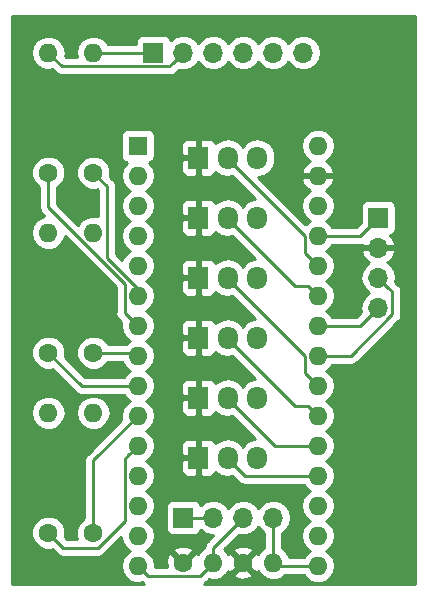
<source format=gbr>
G04 #@! TF.GenerationSoftware,KiCad,Pcbnew,(5.0.0-3-g5ebb6b6)*
G04 #@! TF.CreationDate,2018-11-24T18:14:00+01:00*
G04 #@! TF.ProjectId,tt_nano_HAT,74745F6E616E6F5F4841542E6B696361,rev?*
G04 #@! TF.SameCoordinates,Original*
G04 #@! TF.FileFunction,Copper,L1,Top,Signal*
G04 #@! TF.FilePolarity,Positive*
%FSLAX46Y46*%
G04 Gerber Fmt 4.6, Leading zero omitted, Abs format (unit mm)*
G04 Created by KiCad (PCBNEW (5.0.0-3-g5ebb6b6)) date Saturday, 24. November 2018 um 18:14:00*
%MOMM*%
%LPD*%
G01*
G04 APERTURE LIST*
G04 #@! TA.AperFunction,ComponentPad*
%ADD10R,1.600000X1.600000*%
G04 #@! TD*
G04 #@! TA.AperFunction,ComponentPad*
%ADD11O,1.600000X1.600000*%
G04 #@! TD*
G04 #@! TA.AperFunction,ComponentPad*
%ADD12C,1.600000*%
G04 #@! TD*
G04 #@! TA.AperFunction,ComponentPad*
%ADD13R,1.700000X1.700000*%
G04 #@! TD*
G04 #@! TA.AperFunction,ComponentPad*
%ADD14O,1.700000X1.700000*%
G04 #@! TD*
G04 #@! TA.AperFunction,ComponentPad*
%ADD15O,1.700000X1.950000*%
G04 #@! TD*
G04 #@! TA.AperFunction,ComponentPad*
%ADD16R,1.700000X1.950000*%
G04 #@! TD*
G04 #@! TA.AperFunction,Conductor*
%ADD17C,0.250000*%
G04 #@! TD*
G04 #@! TA.AperFunction,Conductor*
%ADD18C,0.254000*%
G04 #@! TD*
G04 APERTURE END LIST*
D10*
G04 #@! TO.P,A1,1*
G04 #@! TO.N,Net-(A1-Pad1)*
X162530000Y-53615001D03*
D11*
G04 #@! TO.P,A1,17*
G04 #@! TO.N,Net-(A1-Pad17)*
X177770000Y-86635001D03*
G04 #@! TO.P,A1,2*
G04 #@! TO.N,Net-(A1-Pad2)*
X162530000Y-56155001D03*
G04 #@! TO.P,A1,18*
G04 #@! TO.N,Net-(A1-Pad18)*
X177770000Y-84095001D03*
G04 #@! TO.P,A1,3*
G04 #@! TO.N,Net-(A1-Pad3)*
X162530000Y-58695001D03*
G04 #@! TO.P,A1,19*
G04 #@! TO.N,Net-(A1-Pad19)*
X177770000Y-81555001D03*
G04 #@! TO.P,A1,4*
G04 #@! TO.N,Net-(A1-Pad4)*
X162530000Y-61235001D03*
G04 #@! TO.P,A1,20*
G04 #@! TO.N,Net-(A1-Pad20)*
X177770000Y-79015001D03*
G04 #@! TO.P,A1,5*
G04 #@! TO.N,Net-(A1-Pad5)*
X162530000Y-63775001D03*
G04 #@! TO.P,A1,21*
G04 #@! TO.N,Net-(A1-Pad21)*
X177770000Y-76475001D03*
G04 #@! TO.P,A1,6*
G04 #@! TO.N,Net-(A1-Pad6)*
X162530000Y-66315001D03*
G04 #@! TO.P,A1,22*
G04 #@! TO.N,Net-(A1-Pad22)*
X177770000Y-73935001D03*
G04 #@! TO.P,A1,7*
G04 #@! TO.N,Net-(A1-Pad7)*
X162530000Y-68855001D03*
G04 #@! TO.P,A1,23*
G04 #@! TO.N,Net-(A1-Pad23)*
X177770000Y-71395001D03*
G04 #@! TO.P,A1,8*
G04 #@! TO.N,Net-(A1-Pad8)*
X162530000Y-71395001D03*
G04 #@! TO.P,A1,24*
G04 #@! TO.N,Net-(A1-Pad24)*
X177770000Y-68855001D03*
G04 #@! TO.P,A1,9*
G04 #@! TO.N,Net-(A1-Pad9)*
X162530000Y-73935001D03*
G04 #@! TO.P,A1,25*
G04 #@! TO.N,Net-(A1-Pad25)*
X177770000Y-66315001D03*
G04 #@! TO.P,A1,10*
G04 #@! TO.N,Net-(A1-Pad10)*
X162530000Y-76475001D03*
G04 #@! TO.P,A1,26*
G04 #@! TO.N,Net-(A1-Pad26)*
X177770000Y-63775001D03*
G04 #@! TO.P,A1,11*
G04 #@! TO.N,Net-(A1-Pad11)*
X162530000Y-79015001D03*
G04 #@! TO.P,A1,27*
G04 #@! TO.N,Net-(A1-Pad27)*
X177770000Y-61235001D03*
G04 #@! TO.P,A1,12*
G04 #@! TO.N,Net-(A1-Pad12)*
X162530000Y-81555001D03*
G04 #@! TO.P,A1,28*
G04 #@! TO.N,Net-(A1-Pad28)*
X177770000Y-58695001D03*
G04 #@! TO.P,A1,13*
G04 #@! TO.N,Net-(A1-Pad13)*
X162530000Y-84095001D03*
G04 #@! TO.P,A1,29*
G04 #@! TO.N,Net-(A1-Pad29)*
X177770000Y-56155001D03*
G04 #@! TO.P,A1,14*
G04 #@! TO.N,Net-(A1-Pad14)*
X162530000Y-86635001D03*
G04 #@! TO.P,A1,30*
G04 #@! TO.N,Net-(A1-Pad30)*
X177770000Y-53615001D03*
G04 #@! TO.P,A1,15*
G04 #@! TO.N,Net-(A1-Pad15)*
X162530000Y-89175001D03*
G04 #@! TO.P,A1,16*
G04 #@! TO.N,Net-(A1-Pad16)*
X177770000Y-89175001D03*
G04 #@! TD*
G04 #@! TO.P,D4,2*
G04 #@! TO.N,Net-(J2-Pad2)*
X154940000Y-45720000D03*
D12*
G04 #@! TO.P,D4,1*
G04 #@! TO.N,Net-(A1-Pad7)*
X154940000Y-55880000D03*
G04 #@! TD*
D13*
G04 #@! TO.P,J2,1*
G04 #@! TO.N,Net-(J2-Pad1)*
X163830000Y-45720000D03*
D14*
G04 #@! TO.P,J2,2*
G04 #@! TO.N,Net-(J2-Pad2)*
X166370000Y-45720000D03*
G04 #@! TO.P,J2,3*
G04 #@! TO.N,Net-(J2-Pad3)*
X168910000Y-45720000D03*
G04 #@! TO.P,J2,4*
G04 #@! TO.N,Net-(J2-Pad4)*
X171450000Y-45720000D03*
G04 #@! TO.P,J2,5*
G04 #@! TO.N,Net-(J2-Pad5)*
X173990000Y-45720000D03*
G04 #@! TO.P,J2,6*
G04 #@! TO.N,Net-(J2-Pad6)*
X176530000Y-45720000D03*
G04 #@! TD*
D13*
G04 #@! TO.P,J3,1*
G04 #@! TO.N,Net-(A1-Pad27)*
X182880000Y-59690000D03*
D14*
G04 #@! TO.P,J3,2*
G04 #@! TO.N,Net-(A1-Pad29)*
X182880000Y-62230000D03*
G04 #@! TO.P,J3,3*
G04 #@! TO.N,Net-(A1-Pad23)*
X182880000Y-64770000D03*
G04 #@! TO.P,J3,4*
G04 #@! TO.N,Net-(A1-Pad24)*
X182880000Y-67310000D03*
G04 #@! TD*
D15*
G04 #@! TO.P,J4,3*
G04 #@! TO.N,Net-(A1-Pad27)*
X172640000Y-80010000D03*
G04 #@! TO.P,J4,2*
G04 #@! TO.N,Net-(A1-Pad19)*
X170140000Y-80010000D03*
D16*
G04 #@! TO.P,J4,1*
G04 #@! TO.N,Net-(A1-Pad29)*
X167640000Y-80010000D03*
G04 #@! TD*
G04 #@! TO.P,J5,1*
G04 #@! TO.N,Net-(A1-Pad29)*
X167640000Y-74930000D03*
D15*
G04 #@! TO.P,J5,2*
G04 #@! TO.N,Net-(A1-Pad20)*
X170140000Y-74930000D03*
G04 #@! TO.P,J5,3*
G04 #@! TO.N,Net-(A1-Pad27)*
X172640000Y-74930000D03*
G04 #@! TD*
G04 #@! TO.P,J6,3*
G04 #@! TO.N,Net-(A1-Pad27)*
X172640000Y-69850000D03*
G04 #@! TO.P,J6,2*
G04 #@! TO.N,Net-(A1-Pad21)*
X170140000Y-69850000D03*
D16*
G04 #@! TO.P,J6,1*
G04 #@! TO.N,Net-(A1-Pad29)*
X167640000Y-69850000D03*
G04 #@! TD*
G04 #@! TO.P,J7,1*
G04 #@! TO.N,Net-(A1-Pad29)*
X167640000Y-64770000D03*
D15*
G04 #@! TO.P,J7,2*
G04 #@! TO.N,Net-(A1-Pad22)*
X170140000Y-64770000D03*
G04 #@! TO.P,J7,3*
G04 #@! TO.N,Net-(A1-Pad27)*
X172640000Y-64770000D03*
G04 #@! TD*
G04 #@! TO.P,J8,3*
G04 #@! TO.N,Net-(A1-Pad27)*
X172640000Y-59690000D03*
G04 #@! TO.P,J8,2*
G04 #@! TO.N,Net-(A1-Pad25)*
X170140000Y-59690000D03*
D16*
G04 #@! TO.P,J8,1*
G04 #@! TO.N,Net-(A1-Pad29)*
X167640000Y-59690000D03*
G04 #@! TD*
G04 #@! TO.P,J9,1*
G04 #@! TO.N,Net-(A1-Pad29)*
X167640000Y-54610000D03*
D15*
G04 #@! TO.P,J9,2*
G04 #@! TO.N,Net-(A1-Pad26)*
X170140000Y-54610000D03*
G04 #@! TO.P,J9,3*
G04 #@! TO.N,Net-(A1-Pad27)*
X172640000Y-54610000D03*
G04 #@! TD*
D12*
G04 #@! TO.P,D3,1*
G04 #@! TO.N,Net-(A1-Pad6)*
X158750000Y-55880000D03*
D11*
G04 #@! TO.P,D3,2*
G04 #@! TO.N,Net-(J2-Pad1)*
X158750000Y-45720000D03*
G04 #@! TD*
D12*
G04 #@! TO.P,D5,1*
G04 #@! TO.N,Net-(A1-Pad8)*
X158750000Y-71120000D03*
D11*
G04 #@! TO.P,D5,2*
G04 #@! TO.N,Net-(J2-Pad3)*
X158750000Y-60960000D03*
G04 #@! TD*
G04 #@! TO.P,D6,2*
G04 #@! TO.N,Net-(J2-Pad4)*
X154940000Y-60960000D03*
D12*
G04 #@! TO.P,D6,1*
G04 #@! TO.N,Net-(A1-Pad9)*
X154940000Y-71120000D03*
G04 #@! TD*
G04 #@! TO.P,D7,1*
G04 #@! TO.N,Net-(A1-Pad10)*
X158750000Y-86360000D03*
D11*
G04 #@! TO.P,D7,2*
G04 #@! TO.N,Net-(J2-Pad5)*
X158750000Y-76200000D03*
G04 #@! TD*
G04 #@! TO.P,D8,2*
G04 #@! TO.N,Net-(J2-Pad6)*
X154940000Y-76200000D03*
D12*
G04 #@! TO.P,D8,1*
G04 #@! TO.N,Net-(A1-Pad11)*
X154940000Y-86360000D03*
G04 #@! TD*
D13*
G04 #@! TO.P,J1,1*
G04 #@! TO.N,Net-(A1-Pad27)*
X166370000Y-85090000D03*
D14*
G04 #@! TO.P,J1,2*
X168910000Y-85090000D03*
G04 #@! TO.P,J1,3*
G04 #@! TO.N,Net-(A1-Pad15)*
X171450000Y-85090000D03*
G04 #@! TO.P,J1,4*
G04 #@! TO.N,Net-(A1-Pad16)*
X173990000Y-85090000D03*
G04 #@! TD*
D12*
G04 #@! TO.P,D12,1*
G04 #@! TO.N,Net-(A1-Pad29)*
X166370000Y-88900000D03*
D11*
G04 #@! TO.P,D12,2*
G04 #@! TO.N,Net-(A1-Pad15)*
X168910000Y-88900000D03*
G04 #@! TD*
G04 #@! TO.P,D13,2*
G04 #@! TO.N,Net-(A1-Pad16)*
X173990000Y-88900000D03*
D12*
G04 #@! TO.P,D13,1*
G04 #@! TO.N,Net-(A1-Pad29)*
X171450000Y-88900000D03*
G04 #@! TD*
D17*
G04 #@! TO.N,Net-(A1-Pad19)*
X176638630Y-81555001D02*
X177770000Y-81555001D01*
X170140000Y-80135000D02*
X171560001Y-81555001D01*
X171560001Y-81555001D02*
X176638630Y-81555001D01*
X170140000Y-80010000D02*
X170140000Y-80135000D01*
G04 #@! TO.N,Net-(A1-Pad20)*
X176638630Y-79015001D02*
X177770000Y-79015001D01*
X174100001Y-79015001D02*
X176638630Y-79015001D01*
X170140000Y-75055000D02*
X174100001Y-79015001D01*
X170140000Y-74930000D02*
X170140000Y-75055000D01*
G04 #@! TO.N,Net-(A1-Pad21)*
X176970001Y-75675002D02*
X177770000Y-76475001D01*
X175840002Y-75675002D02*
X176970001Y-75675002D01*
X170140000Y-69975000D02*
X175840002Y-75675002D01*
X170140000Y-69850000D02*
X170140000Y-69975000D01*
G04 #@! TO.N,Net-(A1-Pad6)*
X159875001Y-63113593D02*
X162530000Y-65768592D01*
X159875001Y-57005001D02*
X159875001Y-63113593D01*
X162530000Y-65768592D02*
X162530000Y-66315001D01*
X158750000Y-55880000D02*
X159875001Y-57005001D01*
G04 #@! TO.N,Net-(A1-Pad22)*
X176970001Y-73135002D02*
X177770000Y-73935001D01*
X176644999Y-72810000D02*
X176970001Y-73135002D01*
X170140000Y-64895000D02*
X176644999Y-71399999D01*
X176644999Y-71399999D02*
X176644999Y-72810000D01*
X170140000Y-64770000D02*
X170140000Y-64895000D01*
G04 #@! TO.N,Net-(A1-Pad7)*
X161730001Y-68055002D02*
X162530000Y-68855001D01*
X161404999Y-67730000D02*
X161730001Y-68055002D01*
X154940000Y-58815002D02*
X161404999Y-65280001D01*
X161404999Y-65280001D02*
X161404999Y-67730000D01*
X154940000Y-55880000D02*
X154940000Y-58815002D01*
G04 #@! TO.N,Net-(A1-Pad23)*
X183729999Y-65619999D02*
X182880000Y-64770000D01*
X184055001Y-65945001D02*
X183729999Y-65619999D01*
X184055001Y-67874001D02*
X184055001Y-65945001D01*
X180534001Y-71395001D02*
X184055001Y-67874001D01*
X177770000Y-71395001D02*
X180534001Y-71395001D01*
G04 #@! TO.N,Net-(A1-Pad8)*
X162254999Y-71120000D02*
X162530000Y-71395001D01*
X158750000Y-71120000D02*
X162254999Y-71120000D01*
G04 #@! TO.N,Net-(A1-Pad24)*
X181334999Y-68855001D02*
X182880000Y-67310000D01*
X177770000Y-68855001D02*
X181334999Y-68855001D01*
G04 #@! TO.N,Net-(A1-Pad9)*
X157755001Y-73935001D02*
X162530000Y-73935001D01*
X154940000Y-71120000D02*
X157755001Y-73935001D01*
G04 #@! TO.N,Net-(A1-Pad25)*
X176970001Y-65515002D02*
X177770000Y-66315001D01*
X175840002Y-65515002D02*
X176970001Y-65515002D01*
X170140000Y-59815000D02*
X175840002Y-65515002D01*
X170140000Y-59690000D02*
X170140000Y-59815000D01*
G04 #@! TO.N,Net-(A1-Pad10)*
X158750000Y-80255001D02*
X162530000Y-76475001D01*
X158750000Y-86360000D02*
X158750000Y-80255001D01*
G04 #@! TO.N,Net-(A1-Pad26)*
X176644999Y-62650000D02*
X176970001Y-62975002D01*
X176644999Y-61239999D02*
X176644999Y-62650000D01*
X176970001Y-62975002D02*
X177770000Y-63775001D01*
X170140000Y-54735000D02*
X176644999Y-61239999D01*
X170140000Y-54610000D02*
X170140000Y-54735000D01*
G04 #@! TO.N,Net-(A1-Pad11)*
X161730001Y-79815000D02*
X162530000Y-79015001D01*
X161404999Y-80140002D02*
X161730001Y-79815000D01*
X161404999Y-85370003D02*
X161404999Y-80140002D01*
X159145002Y-87630000D02*
X161404999Y-85370003D01*
X156210000Y-87630000D02*
X159145002Y-87630000D01*
X154940000Y-86360000D02*
X156210000Y-87630000D01*
G04 #@! TO.N,Net-(A1-Pad27)*
X181334999Y-61235001D02*
X182880000Y-59690000D01*
X177770000Y-61235001D02*
X181334999Y-61235001D01*
X166370000Y-85090000D02*
X168910000Y-85090000D01*
G04 #@! TO.N,Net-(A1-Pad15)*
X168110001Y-89699999D02*
X168910000Y-88900000D01*
X167784999Y-90025001D02*
X168110001Y-89699999D01*
X163380000Y-90025001D02*
X167784999Y-90025001D01*
X162530000Y-89175001D02*
X163380000Y-90025001D01*
X168910000Y-87630000D02*
X171450000Y-85090000D01*
X168910000Y-88900000D02*
X168910000Y-87630000D01*
G04 #@! TO.N,Net-(A1-Pad16)*
X173990000Y-85090000D02*
X173990000Y-88900000D01*
X174265001Y-89175001D02*
X173990000Y-88900000D01*
X177770000Y-89175001D02*
X174265001Y-89175001D01*
G04 #@! TO.N,Net-(J2-Pad1)*
X158750000Y-45720000D02*
X163830000Y-45720000D01*
G04 #@! TO.N,Net-(J2-Pad2)*
X165520001Y-46569999D02*
X166370000Y-45720000D01*
X165194999Y-46895001D02*
X165520001Y-46569999D01*
X156115001Y-46895001D02*
X165194999Y-46895001D01*
X154940000Y-45720000D02*
X156115001Y-46895001D01*
G04 #@! TD*
D18*
G04 #@! TO.N,Net-(A1-Pad29)*
G36*
X185980001Y-90730000D02*
X168097856Y-90730000D01*
X168332928Y-90572930D01*
X168375330Y-90509471D01*
X168586113Y-90298688D01*
X168768667Y-90335000D01*
X169051333Y-90335000D01*
X169469909Y-90251740D01*
X169944577Y-89934577D01*
X169962505Y-89907745D01*
X170621861Y-89907745D01*
X170695995Y-90153864D01*
X171233223Y-90346965D01*
X171803454Y-90319778D01*
X172204005Y-90153864D01*
X172278139Y-89907745D01*
X171450000Y-89079605D01*
X170621861Y-89907745D01*
X169962505Y-89907745D01*
X170171611Y-89594797D01*
X170196136Y-89654005D01*
X170442255Y-89728139D01*
X171270395Y-88900000D01*
X170442255Y-88071861D01*
X170196136Y-88145995D01*
X170173720Y-88208359D01*
X169962506Y-87892255D01*
X170621861Y-87892255D01*
X171450000Y-88720395D01*
X172278139Y-87892255D01*
X172204005Y-87646136D01*
X171666777Y-87453035D01*
X171096546Y-87480222D01*
X170695995Y-87646136D01*
X170621861Y-87892255D01*
X169962506Y-87892255D01*
X169944577Y-87865423D01*
X169827564Y-87787237D01*
X171083593Y-86531209D01*
X171303744Y-86575000D01*
X171596256Y-86575000D01*
X172029418Y-86488839D01*
X172520625Y-86160625D01*
X172720000Y-85862239D01*
X172919375Y-86160625D01*
X173230000Y-86368178D01*
X173230001Y-87681956D01*
X172955423Y-87865423D01*
X172728389Y-88205203D01*
X172703864Y-88145995D01*
X172457745Y-88071861D01*
X171629605Y-88900000D01*
X172457745Y-89728139D01*
X172703864Y-89654005D01*
X172726280Y-89591641D01*
X172955423Y-89934577D01*
X173430091Y-90251740D01*
X173848667Y-90335000D01*
X174131333Y-90335000D01*
X174549909Y-90251740D01*
X175023942Y-89935001D01*
X176551957Y-89935001D01*
X176735423Y-90209578D01*
X177210091Y-90526741D01*
X177628667Y-90610001D01*
X177911333Y-90610001D01*
X178329909Y-90526741D01*
X178804577Y-90209578D01*
X179121740Y-89734910D01*
X179233113Y-89175001D01*
X179121740Y-88615092D01*
X178804577Y-88140424D01*
X178452242Y-87905001D01*
X178804577Y-87669578D01*
X179121740Y-87194910D01*
X179233113Y-86635001D01*
X179121740Y-86075092D01*
X178804577Y-85600424D01*
X178452242Y-85365001D01*
X178804577Y-85129578D01*
X179121740Y-84654910D01*
X179233113Y-84095001D01*
X179121740Y-83535092D01*
X178804577Y-83060424D01*
X178452242Y-82825001D01*
X178804577Y-82589578D01*
X179121740Y-82114910D01*
X179233113Y-81555001D01*
X179121740Y-80995092D01*
X178804577Y-80520424D01*
X178452242Y-80285001D01*
X178804577Y-80049578D01*
X179121740Y-79574910D01*
X179233113Y-79015001D01*
X179121740Y-78455092D01*
X178804577Y-77980424D01*
X178452242Y-77745001D01*
X178804577Y-77509578D01*
X179121740Y-77034910D01*
X179233113Y-76475001D01*
X179121740Y-75915092D01*
X178804577Y-75440424D01*
X178452242Y-75205001D01*
X178804577Y-74969578D01*
X179121740Y-74494910D01*
X179233113Y-73935001D01*
X179121740Y-73375092D01*
X178804577Y-72900424D01*
X178452242Y-72665001D01*
X178804577Y-72429578D01*
X178988043Y-72155001D01*
X180459154Y-72155001D01*
X180534001Y-72169889D01*
X180608848Y-72155001D01*
X180608853Y-72155001D01*
X180830538Y-72110905D01*
X181081930Y-71942930D01*
X181124332Y-71879471D01*
X184539474Y-68464330D01*
X184602930Y-68421930D01*
X184770905Y-68170538D01*
X184815001Y-67948853D01*
X184815001Y-67948848D01*
X184829889Y-67874001D01*
X184815001Y-67799154D01*
X184815001Y-66019847D01*
X184829889Y-65945000D01*
X184815001Y-65870153D01*
X184815001Y-65870149D01*
X184770905Y-65648464D01*
X184602930Y-65397072D01*
X184539471Y-65354670D01*
X184321209Y-65136408D01*
X184394092Y-64770000D01*
X184278839Y-64190582D01*
X183950625Y-63699375D01*
X183631522Y-63486157D01*
X183761358Y-63425183D01*
X184151645Y-62996924D01*
X184321476Y-62586890D01*
X184200155Y-62357000D01*
X183007000Y-62357000D01*
X183007000Y-62377000D01*
X182753000Y-62377000D01*
X182753000Y-62357000D01*
X181559845Y-62357000D01*
X181438524Y-62586890D01*
X181608355Y-62996924D01*
X181998642Y-63425183D01*
X182128478Y-63486157D01*
X181809375Y-63699375D01*
X181481161Y-64190582D01*
X181365908Y-64770000D01*
X181481161Y-65349418D01*
X181809375Y-65840625D01*
X182107761Y-66040000D01*
X181809375Y-66239375D01*
X181481161Y-66730582D01*
X181365908Y-67310000D01*
X181438791Y-67676407D01*
X181020198Y-68095001D01*
X178988043Y-68095001D01*
X178804577Y-67820424D01*
X178452242Y-67585001D01*
X178804577Y-67349578D01*
X179121740Y-66874910D01*
X179233113Y-66315001D01*
X179121740Y-65755092D01*
X178804577Y-65280424D01*
X178452242Y-65045001D01*
X178804577Y-64809578D01*
X179121740Y-64334910D01*
X179233113Y-63775001D01*
X179121740Y-63215092D01*
X178804577Y-62740424D01*
X178452242Y-62505001D01*
X178804577Y-62269578D01*
X178988043Y-61995001D01*
X181260152Y-61995001D01*
X181334999Y-62009889D01*
X181409846Y-61995001D01*
X181409851Y-61995001D01*
X181494015Y-61978260D01*
X181559845Y-62103000D01*
X182753000Y-62103000D01*
X182753000Y-62083000D01*
X183007000Y-62083000D01*
X183007000Y-62103000D01*
X184200155Y-62103000D01*
X184321476Y-61873110D01*
X184151645Y-61463076D01*
X183874292Y-61158739D01*
X183977765Y-61138157D01*
X184187809Y-60997809D01*
X184328157Y-60787765D01*
X184377440Y-60540000D01*
X184377440Y-58840000D01*
X184328157Y-58592235D01*
X184187809Y-58382191D01*
X183977765Y-58241843D01*
X183730000Y-58192560D01*
X182030000Y-58192560D01*
X181782235Y-58241843D01*
X181572191Y-58382191D01*
X181431843Y-58592235D01*
X181382560Y-58840000D01*
X181382560Y-60112638D01*
X181020198Y-60475001D01*
X178988043Y-60475001D01*
X178804577Y-60200424D01*
X178452242Y-59965001D01*
X178804577Y-59729578D01*
X179121740Y-59254910D01*
X179233113Y-58695001D01*
X179121740Y-58135092D01*
X178804577Y-57660424D01*
X178420892Y-57404054D01*
X178625134Y-57307390D01*
X179001041Y-56892424D01*
X179161904Y-56504040D01*
X179039915Y-56282001D01*
X177897000Y-56282001D01*
X177897000Y-56302001D01*
X177643000Y-56302001D01*
X177643000Y-56282001D01*
X176500085Y-56282001D01*
X176378096Y-56504040D01*
X176538959Y-56892424D01*
X176914866Y-57307390D01*
X177119108Y-57404054D01*
X176735423Y-57660424D01*
X176418260Y-58135092D01*
X176306887Y-58695001D01*
X176418260Y-59254910D01*
X176735423Y-59729578D01*
X177087758Y-59965001D01*
X176735423Y-60200424D01*
X176713314Y-60233512D01*
X172714145Y-56234344D01*
X173219418Y-56133839D01*
X173710625Y-55805625D01*
X174038839Y-55314417D01*
X174125000Y-54881255D01*
X174125000Y-54338744D01*
X174038839Y-53905582D01*
X173844679Y-53615001D01*
X176306887Y-53615001D01*
X176418260Y-54174910D01*
X176735423Y-54649578D01*
X177119108Y-54905948D01*
X176914866Y-55002612D01*
X176538959Y-55417578D01*
X176378096Y-55805962D01*
X176500085Y-56028001D01*
X177643000Y-56028001D01*
X177643000Y-56008001D01*
X177897000Y-56008001D01*
X177897000Y-56028001D01*
X179039915Y-56028001D01*
X179161904Y-55805962D01*
X179001041Y-55417578D01*
X178625134Y-55002612D01*
X178420892Y-54905948D01*
X178804577Y-54649578D01*
X179121740Y-54174910D01*
X179233113Y-53615001D01*
X179121740Y-53055092D01*
X178804577Y-52580424D01*
X178329909Y-52263261D01*
X177911333Y-52180001D01*
X177628667Y-52180001D01*
X177210091Y-52263261D01*
X176735423Y-52580424D01*
X176418260Y-53055092D01*
X176306887Y-53615001D01*
X173844679Y-53615001D01*
X173710625Y-53414375D01*
X173219417Y-53086161D01*
X172640000Y-52970908D01*
X172060582Y-53086161D01*
X171569375Y-53414375D01*
X171390000Y-53682829D01*
X171210625Y-53414375D01*
X170719417Y-53086161D01*
X170140000Y-52970908D01*
X169560582Y-53086161D01*
X169082344Y-53405709D01*
X169028327Y-53275301D01*
X168849698Y-53096673D01*
X168616309Y-53000000D01*
X167925750Y-53000000D01*
X167767000Y-53158750D01*
X167767000Y-54483000D01*
X167787000Y-54483000D01*
X167787000Y-54737000D01*
X167767000Y-54737000D01*
X167767000Y-56061250D01*
X167925750Y-56220000D01*
X168616309Y-56220000D01*
X168849698Y-56123327D01*
X169028327Y-55944699D01*
X169082344Y-55814291D01*
X169560583Y-56133839D01*
X170140000Y-56249092D01*
X170506408Y-56176209D01*
X172424060Y-58093861D01*
X172060582Y-58166161D01*
X171569375Y-58494375D01*
X171390000Y-58762829D01*
X171210625Y-58494375D01*
X170719417Y-58166161D01*
X170140000Y-58050908D01*
X169560582Y-58166161D01*
X169082344Y-58485709D01*
X169028327Y-58355301D01*
X168849698Y-58176673D01*
X168616309Y-58080000D01*
X167925750Y-58080000D01*
X167767000Y-58238750D01*
X167767000Y-59563000D01*
X167787000Y-59563000D01*
X167787000Y-59817000D01*
X167767000Y-59817000D01*
X167767000Y-61141250D01*
X167925750Y-61300000D01*
X168616309Y-61300000D01*
X168849698Y-61203327D01*
X169028327Y-61024699D01*
X169082344Y-60894291D01*
X169560583Y-61213839D01*
X170140000Y-61329092D01*
X170506408Y-61256209D01*
X172424060Y-63173861D01*
X172060582Y-63246161D01*
X171569375Y-63574375D01*
X171390000Y-63842829D01*
X171210625Y-63574375D01*
X170719417Y-63246161D01*
X170140000Y-63130908D01*
X169560582Y-63246161D01*
X169082344Y-63565709D01*
X169028327Y-63435301D01*
X168849698Y-63256673D01*
X168616309Y-63160000D01*
X167925750Y-63160000D01*
X167767000Y-63318750D01*
X167767000Y-64643000D01*
X167787000Y-64643000D01*
X167787000Y-64897000D01*
X167767000Y-64897000D01*
X167767000Y-66221250D01*
X167925750Y-66380000D01*
X168616309Y-66380000D01*
X168849698Y-66283327D01*
X169028327Y-66104699D01*
X169082344Y-65974291D01*
X169560583Y-66293839D01*
X170140000Y-66409092D01*
X170506408Y-66336209D01*
X172424060Y-68253861D01*
X172060582Y-68326161D01*
X171569375Y-68654375D01*
X171390000Y-68922829D01*
X171210625Y-68654375D01*
X170719417Y-68326161D01*
X170140000Y-68210908D01*
X169560582Y-68326161D01*
X169082344Y-68645709D01*
X169028327Y-68515301D01*
X168849698Y-68336673D01*
X168616309Y-68240000D01*
X167925750Y-68240000D01*
X167767000Y-68398750D01*
X167767000Y-69723000D01*
X167787000Y-69723000D01*
X167787000Y-69977000D01*
X167767000Y-69977000D01*
X167767000Y-71301250D01*
X167925750Y-71460000D01*
X168616309Y-71460000D01*
X168849698Y-71363327D01*
X169028327Y-71184699D01*
X169082344Y-71054291D01*
X169560583Y-71373839D01*
X170140000Y-71489092D01*
X170506408Y-71416209D01*
X172424060Y-73333861D01*
X172060582Y-73406161D01*
X171569375Y-73734375D01*
X171390000Y-74002829D01*
X171210625Y-73734375D01*
X170719417Y-73406161D01*
X170140000Y-73290908D01*
X169560582Y-73406161D01*
X169082344Y-73725709D01*
X169028327Y-73595301D01*
X168849698Y-73416673D01*
X168616309Y-73320000D01*
X167925750Y-73320000D01*
X167767000Y-73478750D01*
X167767000Y-74803000D01*
X167787000Y-74803000D01*
X167787000Y-75057000D01*
X167767000Y-75057000D01*
X167767000Y-76381250D01*
X167925750Y-76540000D01*
X168616309Y-76540000D01*
X168849698Y-76443327D01*
X169028327Y-76264699D01*
X169082344Y-76134291D01*
X169560583Y-76453839D01*
X170140000Y-76569092D01*
X170506408Y-76496209D01*
X172424059Y-78413861D01*
X172060582Y-78486161D01*
X171569375Y-78814375D01*
X171390000Y-79082829D01*
X171210625Y-78814375D01*
X170719417Y-78486161D01*
X170140000Y-78370908D01*
X169560582Y-78486161D01*
X169082344Y-78805709D01*
X169028327Y-78675301D01*
X168849698Y-78496673D01*
X168616309Y-78400000D01*
X167925750Y-78400000D01*
X167767000Y-78558750D01*
X167767000Y-79883000D01*
X167787000Y-79883000D01*
X167787000Y-80137000D01*
X167767000Y-80137000D01*
X167767000Y-81461250D01*
X167925750Y-81620000D01*
X168616309Y-81620000D01*
X168849698Y-81523327D01*
X169028327Y-81344699D01*
X169082344Y-81214291D01*
X169560583Y-81533839D01*
X170140000Y-81649092D01*
X170506408Y-81576209D01*
X170969672Y-82039474D01*
X171012072Y-82102930D01*
X171075528Y-82145330D01*
X171263463Y-82270905D01*
X171311606Y-82280481D01*
X171485149Y-82315001D01*
X171485153Y-82315001D01*
X171560001Y-82329889D01*
X171634849Y-82315001D01*
X176551957Y-82315001D01*
X176735423Y-82589578D01*
X177087758Y-82825001D01*
X176735423Y-83060424D01*
X176418260Y-83535092D01*
X176306887Y-84095001D01*
X176418260Y-84654910D01*
X176735423Y-85129578D01*
X177087758Y-85365001D01*
X176735423Y-85600424D01*
X176418260Y-86075092D01*
X176306887Y-86635001D01*
X176418260Y-87194910D01*
X176735423Y-87669578D01*
X177087758Y-87905001D01*
X176735423Y-88140424D01*
X176551957Y-88415001D01*
X175356641Y-88415001D01*
X175341740Y-88340091D01*
X175024577Y-87865423D01*
X174750000Y-87681957D01*
X174750000Y-86368178D01*
X175060625Y-86160625D01*
X175388839Y-85669418D01*
X175504092Y-85090000D01*
X175388839Y-84510582D01*
X175060625Y-84019375D01*
X174569418Y-83691161D01*
X174136256Y-83605000D01*
X173843744Y-83605000D01*
X173410582Y-83691161D01*
X172919375Y-84019375D01*
X172720000Y-84317761D01*
X172520625Y-84019375D01*
X172029418Y-83691161D01*
X171596256Y-83605000D01*
X171303744Y-83605000D01*
X170870582Y-83691161D01*
X170379375Y-84019375D01*
X170180000Y-84317761D01*
X169980625Y-84019375D01*
X169489418Y-83691161D01*
X169056256Y-83605000D01*
X168763744Y-83605000D01*
X168330582Y-83691161D01*
X167839375Y-84019375D01*
X167827184Y-84037619D01*
X167818157Y-83992235D01*
X167677809Y-83782191D01*
X167467765Y-83641843D01*
X167220000Y-83592560D01*
X165520000Y-83592560D01*
X165272235Y-83641843D01*
X165062191Y-83782191D01*
X164921843Y-83992235D01*
X164872560Y-84240000D01*
X164872560Y-85940000D01*
X164921843Y-86187765D01*
X165062191Y-86397809D01*
X165272235Y-86538157D01*
X165520000Y-86587440D01*
X167220000Y-86587440D01*
X167467765Y-86538157D01*
X167677809Y-86397809D01*
X167818157Y-86187765D01*
X167827184Y-86142381D01*
X167839375Y-86160625D01*
X168330582Y-86488839D01*
X168763744Y-86575000D01*
X168890199Y-86575000D01*
X168425528Y-87039671D01*
X168362072Y-87082071D01*
X168319672Y-87145527D01*
X168319671Y-87145528D01*
X168194097Y-87333463D01*
X168135112Y-87630000D01*
X168145981Y-87684642D01*
X167875423Y-87865423D01*
X167648389Y-88205203D01*
X167623864Y-88145995D01*
X167377745Y-88071861D01*
X166549605Y-88900000D01*
X166563748Y-88914143D01*
X166384143Y-89093748D01*
X166370000Y-89079605D01*
X166355858Y-89093748D01*
X166176253Y-88914143D01*
X166190395Y-88900000D01*
X165362255Y-88071861D01*
X165116136Y-88145995D01*
X164923035Y-88683223D01*
X164950222Y-89253454D01*
X164955005Y-89265001D01*
X163975211Y-89265001D01*
X163993113Y-89175001D01*
X163881740Y-88615092D01*
X163564577Y-88140424D01*
X163212242Y-87905001D01*
X163231317Y-87892255D01*
X165541861Y-87892255D01*
X166370000Y-88720395D01*
X167198139Y-87892255D01*
X167124005Y-87646136D01*
X166586777Y-87453035D01*
X166016546Y-87480222D01*
X165615995Y-87646136D01*
X165541861Y-87892255D01*
X163231317Y-87892255D01*
X163564577Y-87669578D01*
X163881740Y-87194910D01*
X163993113Y-86635001D01*
X163881740Y-86075092D01*
X163564577Y-85600424D01*
X163212242Y-85365001D01*
X163564577Y-85129578D01*
X163881740Y-84654910D01*
X163993113Y-84095001D01*
X163881740Y-83535092D01*
X163564577Y-83060424D01*
X163212242Y-82825001D01*
X163564577Y-82589578D01*
X163881740Y-82114910D01*
X163993113Y-81555001D01*
X163881740Y-80995092D01*
X163564577Y-80520424D01*
X163228329Y-80295750D01*
X166155000Y-80295750D01*
X166155000Y-81111310D01*
X166251673Y-81344699D01*
X166430302Y-81523327D01*
X166663691Y-81620000D01*
X167354250Y-81620000D01*
X167513000Y-81461250D01*
X167513000Y-80137000D01*
X166313750Y-80137000D01*
X166155000Y-80295750D01*
X163228329Y-80295750D01*
X163212242Y-80285001D01*
X163564577Y-80049578D01*
X163881740Y-79574910D01*
X163993113Y-79015001D01*
X163971967Y-78908690D01*
X166155000Y-78908690D01*
X166155000Y-79724250D01*
X166313750Y-79883000D01*
X167513000Y-79883000D01*
X167513000Y-78558750D01*
X167354250Y-78400000D01*
X166663691Y-78400000D01*
X166430302Y-78496673D01*
X166251673Y-78675301D01*
X166155000Y-78908690D01*
X163971967Y-78908690D01*
X163881740Y-78455092D01*
X163564577Y-77980424D01*
X163212242Y-77745001D01*
X163564577Y-77509578D01*
X163881740Y-77034910D01*
X163993113Y-76475001D01*
X163881740Y-75915092D01*
X163564577Y-75440424D01*
X163228329Y-75215750D01*
X166155000Y-75215750D01*
X166155000Y-76031310D01*
X166251673Y-76264699D01*
X166430302Y-76443327D01*
X166663691Y-76540000D01*
X167354250Y-76540000D01*
X167513000Y-76381250D01*
X167513000Y-75057000D01*
X166313750Y-75057000D01*
X166155000Y-75215750D01*
X163228329Y-75215750D01*
X163212242Y-75205001D01*
X163564577Y-74969578D01*
X163881740Y-74494910D01*
X163993113Y-73935001D01*
X163971967Y-73828690D01*
X166155000Y-73828690D01*
X166155000Y-74644250D01*
X166313750Y-74803000D01*
X167513000Y-74803000D01*
X167513000Y-73478750D01*
X167354250Y-73320000D01*
X166663691Y-73320000D01*
X166430302Y-73416673D01*
X166251673Y-73595301D01*
X166155000Y-73828690D01*
X163971967Y-73828690D01*
X163881740Y-73375092D01*
X163564577Y-72900424D01*
X163212242Y-72665001D01*
X163564577Y-72429578D01*
X163881740Y-71954910D01*
X163993113Y-71395001D01*
X163881740Y-70835092D01*
X163564577Y-70360424D01*
X163228329Y-70135750D01*
X166155000Y-70135750D01*
X166155000Y-70951310D01*
X166251673Y-71184699D01*
X166430302Y-71363327D01*
X166663691Y-71460000D01*
X167354250Y-71460000D01*
X167513000Y-71301250D01*
X167513000Y-69977000D01*
X166313750Y-69977000D01*
X166155000Y-70135750D01*
X163228329Y-70135750D01*
X163212242Y-70125001D01*
X163564577Y-69889578D01*
X163881740Y-69414910D01*
X163993113Y-68855001D01*
X163971967Y-68748690D01*
X166155000Y-68748690D01*
X166155000Y-69564250D01*
X166313750Y-69723000D01*
X167513000Y-69723000D01*
X167513000Y-68398750D01*
X167354250Y-68240000D01*
X166663691Y-68240000D01*
X166430302Y-68336673D01*
X166251673Y-68515301D01*
X166155000Y-68748690D01*
X163971967Y-68748690D01*
X163881740Y-68295092D01*
X163564577Y-67820424D01*
X163212242Y-67585001D01*
X163564577Y-67349578D01*
X163881740Y-66874910D01*
X163993113Y-66315001D01*
X163881740Y-65755092D01*
X163564577Y-65280424D01*
X163228329Y-65055750D01*
X166155000Y-65055750D01*
X166155000Y-65871310D01*
X166251673Y-66104699D01*
X166430302Y-66283327D01*
X166663691Y-66380000D01*
X167354250Y-66380000D01*
X167513000Y-66221250D01*
X167513000Y-64897000D01*
X166313750Y-64897000D01*
X166155000Y-65055750D01*
X163228329Y-65055750D01*
X163212242Y-65045001D01*
X163564577Y-64809578D01*
X163881740Y-64334910D01*
X163993113Y-63775001D01*
X163971967Y-63668690D01*
X166155000Y-63668690D01*
X166155000Y-64484250D01*
X166313750Y-64643000D01*
X167513000Y-64643000D01*
X167513000Y-63318750D01*
X167354250Y-63160000D01*
X166663691Y-63160000D01*
X166430302Y-63256673D01*
X166251673Y-63435301D01*
X166155000Y-63668690D01*
X163971967Y-63668690D01*
X163881740Y-63215092D01*
X163564577Y-62740424D01*
X163212242Y-62505001D01*
X163564577Y-62269578D01*
X163881740Y-61794910D01*
X163993113Y-61235001D01*
X163881740Y-60675092D01*
X163564577Y-60200424D01*
X163228329Y-59975750D01*
X166155000Y-59975750D01*
X166155000Y-60791310D01*
X166251673Y-61024699D01*
X166430302Y-61203327D01*
X166663691Y-61300000D01*
X167354250Y-61300000D01*
X167513000Y-61141250D01*
X167513000Y-59817000D01*
X166313750Y-59817000D01*
X166155000Y-59975750D01*
X163228329Y-59975750D01*
X163212242Y-59965001D01*
X163564577Y-59729578D01*
X163881740Y-59254910D01*
X163993113Y-58695001D01*
X163971967Y-58588690D01*
X166155000Y-58588690D01*
X166155000Y-59404250D01*
X166313750Y-59563000D01*
X167513000Y-59563000D01*
X167513000Y-58238750D01*
X167354250Y-58080000D01*
X166663691Y-58080000D01*
X166430302Y-58176673D01*
X166251673Y-58355301D01*
X166155000Y-58588690D01*
X163971967Y-58588690D01*
X163881740Y-58135092D01*
X163564577Y-57660424D01*
X163212242Y-57425001D01*
X163564577Y-57189578D01*
X163881740Y-56714910D01*
X163993113Y-56155001D01*
X163881740Y-55595092D01*
X163564577Y-55120424D01*
X163443894Y-55039786D01*
X163577765Y-55013158D01*
X163753477Y-54895750D01*
X166155000Y-54895750D01*
X166155000Y-55711310D01*
X166251673Y-55944699D01*
X166430302Y-56123327D01*
X166663691Y-56220000D01*
X167354250Y-56220000D01*
X167513000Y-56061250D01*
X167513000Y-54737000D01*
X166313750Y-54737000D01*
X166155000Y-54895750D01*
X163753477Y-54895750D01*
X163787809Y-54872810D01*
X163928157Y-54662766D01*
X163977440Y-54415001D01*
X163977440Y-53508690D01*
X166155000Y-53508690D01*
X166155000Y-54324250D01*
X166313750Y-54483000D01*
X167513000Y-54483000D01*
X167513000Y-53158750D01*
X167354250Y-53000000D01*
X166663691Y-53000000D01*
X166430302Y-53096673D01*
X166251673Y-53275301D01*
X166155000Y-53508690D01*
X163977440Y-53508690D01*
X163977440Y-52815001D01*
X163928157Y-52567236D01*
X163787809Y-52357192D01*
X163577765Y-52216844D01*
X163330000Y-52167561D01*
X161730000Y-52167561D01*
X161482235Y-52216844D01*
X161272191Y-52357192D01*
X161131843Y-52567236D01*
X161082560Y-52815001D01*
X161082560Y-54415001D01*
X161131843Y-54662766D01*
X161272191Y-54872810D01*
X161482235Y-55013158D01*
X161616106Y-55039786D01*
X161495423Y-55120424D01*
X161178260Y-55595092D01*
X161066887Y-56155001D01*
X161178260Y-56714910D01*
X161495423Y-57189578D01*
X161847758Y-57425001D01*
X161495423Y-57660424D01*
X161178260Y-58135092D01*
X161066887Y-58695001D01*
X161178260Y-59254910D01*
X161495423Y-59729578D01*
X161847758Y-59965001D01*
X161495423Y-60200424D01*
X161178260Y-60675092D01*
X161066887Y-61235001D01*
X161178260Y-61794910D01*
X161495423Y-62269578D01*
X161847758Y-62505001D01*
X161495423Y-62740424D01*
X161178260Y-63215092D01*
X161157196Y-63320987D01*
X160635001Y-62798792D01*
X160635001Y-57079849D01*
X160649889Y-57005001D01*
X160635001Y-56930153D01*
X160635001Y-56930149D01*
X160590905Y-56708464D01*
X160590905Y-56708463D01*
X160465330Y-56520528D01*
X160422930Y-56457072D01*
X160359474Y-56414672D01*
X160163104Y-56218302D01*
X160185000Y-56165439D01*
X160185000Y-55594561D01*
X159966534Y-55067138D01*
X159562862Y-54663466D01*
X159035439Y-54445000D01*
X158464561Y-54445000D01*
X157937138Y-54663466D01*
X157533466Y-55067138D01*
X157315000Y-55594561D01*
X157315000Y-56165439D01*
X157533466Y-56692862D01*
X157937138Y-57096534D01*
X158464561Y-57315000D01*
X159035439Y-57315000D01*
X159088302Y-57293104D01*
X159115001Y-57319803D01*
X159115001Y-59569490D01*
X158891333Y-59525000D01*
X158608667Y-59525000D01*
X158190091Y-59608260D01*
X157715423Y-59925423D01*
X157479022Y-60279222D01*
X155700000Y-58500201D01*
X155700000Y-57118430D01*
X155752862Y-57096534D01*
X156156534Y-56692862D01*
X156375000Y-56165439D01*
X156375000Y-55594561D01*
X156156534Y-55067138D01*
X155752862Y-54663466D01*
X155225439Y-54445000D01*
X154654561Y-54445000D01*
X154127138Y-54663466D01*
X153723466Y-55067138D01*
X153505000Y-55594561D01*
X153505000Y-56165439D01*
X153723466Y-56692862D01*
X154127138Y-57096534D01*
X154180000Y-57118430D01*
X154180001Y-58740150D01*
X154165112Y-58815002D01*
X154224097Y-59111539D01*
X154319895Y-59254910D01*
X154392072Y-59362931D01*
X154455528Y-59405331D01*
X154612273Y-59562076D01*
X154380091Y-59608260D01*
X153905423Y-59925423D01*
X153588260Y-60400091D01*
X153476887Y-60960000D01*
X153588260Y-61519909D01*
X153905423Y-61994577D01*
X154380091Y-62311740D01*
X154798667Y-62395000D01*
X155081333Y-62395000D01*
X155499909Y-62311740D01*
X155974577Y-61994577D01*
X156291740Y-61519909D01*
X156337924Y-61287727D01*
X160644999Y-65594803D01*
X160645000Y-67655148D01*
X160630111Y-67730000D01*
X160689096Y-68026537D01*
X160785315Y-68170538D01*
X160857071Y-68277929D01*
X160920527Y-68320329D01*
X161131312Y-68531114D01*
X161066887Y-68855001D01*
X161178260Y-69414910D01*
X161495423Y-69889578D01*
X161847758Y-70125001D01*
X161496058Y-70360000D01*
X159988430Y-70360000D01*
X159966534Y-70307138D01*
X159562862Y-69903466D01*
X159035439Y-69685000D01*
X158464561Y-69685000D01*
X157937138Y-69903466D01*
X157533466Y-70307138D01*
X157315000Y-70834561D01*
X157315000Y-71405439D01*
X157533466Y-71932862D01*
X157937138Y-72336534D01*
X158464561Y-72555000D01*
X159035439Y-72555000D01*
X159562862Y-72336534D01*
X159966534Y-71932862D01*
X159988430Y-71880000D01*
X161163359Y-71880000D01*
X161178260Y-71954910D01*
X161495423Y-72429578D01*
X161847758Y-72665001D01*
X161495423Y-72900424D01*
X161311957Y-73175001D01*
X158069803Y-73175001D01*
X156353103Y-71458302D01*
X156375000Y-71405439D01*
X156375000Y-70834561D01*
X156156534Y-70307138D01*
X155752862Y-69903466D01*
X155225439Y-69685000D01*
X154654561Y-69685000D01*
X154127138Y-69903466D01*
X153723466Y-70307138D01*
X153505000Y-70834561D01*
X153505000Y-71405439D01*
X153723466Y-71932862D01*
X154127138Y-72336534D01*
X154654561Y-72555000D01*
X155225439Y-72555000D01*
X155278302Y-72533103D01*
X157164672Y-74419474D01*
X157207072Y-74482930D01*
X157458464Y-74650905D01*
X157680149Y-74695001D01*
X157680153Y-74695001D01*
X157755001Y-74709889D01*
X157829849Y-74695001D01*
X161311957Y-74695001D01*
X161495423Y-74969578D01*
X161847758Y-75205001D01*
X161495423Y-75440424D01*
X161178260Y-75915092D01*
X161066887Y-76475001D01*
X161131312Y-76798887D01*
X158265528Y-79664672D01*
X158202072Y-79707072D01*
X158159672Y-79770528D01*
X158159671Y-79770529D01*
X158034097Y-79958464D01*
X157975112Y-80255001D01*
X157990001Y-80329853D01*
X157990000Y-85121570D01*
X157937138Y-85143466D01*
X157533466Y-85547138D01*
X157315000Y-86074561D01*
X157315000Y-86645439D01*
X157408016Y-86870000D01*
X156524802Y-86870000D01*
X156353103Y-86698302D01*
X156375000Y-86645439D01*
X156375000Y-86074561D01*
X156156534Y-85547138D01*
X155752862Y-85143466D01*
X155225439Y-84925000D01*
X154654561Y-84925000D01*
X154127138Y-85143466D01*
X153723466Y-85547138D01*
X153505000Y-86074561D01*
X153505000Y-86645439D01*
X153723466Y-87172862D01*
X154127138Y-87576534D01*
X154654561Y-87795000D01*
X155225439Y-87795000D01*
X155278302Y-87773103D01*
X155619671Y-88114473D01*
X155662071Y-88177929D01*
X155913463Y-88345904D01*
X156135148Y-88390000D01*
X156135152Y-88390000D01*
X156209999Y-88404888D01*
X156284846Y-88390000D01*
X159070155Y-88390000D01*
X159145002Y-88404888D01*
X159219849Y-88390000D01*
X159219854Y-88390000D01*
X159441539Y-88345904D01*
X159692931Y-88177929D01*
X159735333Y-88114470D01*
X161091428Y-86758376D01*
X161178260Y-87194910D01*
X161495423Y-87669578D01*
X161847758Y-87905001D01*
X161495423Y-88140424D01*
X161178260Y-88615092D01*
X161066887Y-89175001D01*
X161178260Y-89734910D01*
X161495423Y-90209578D01*
X161970091Y-90526741D01*
X162388667Y-90610001D01*
X162671333Y-90610001D01*
X162837951Y-90576859D01*
X163067143Y-90730000D01*
X151840000Y-90730000D01*
X151840000Y-76200000D01*
X153476887Y-76200000D01*
X153588260Y-76759909D01*
X153905423Y-77234577D01*
X154380091Y-77551740D01*
X154798667Y-77635000D01*
X155081333Y-77635000D01*
X155499909Y-77551740D01*
X155974577Y-77234577D01*
X156291740Y-76759909D01*
X156403113Y-76200000D01*
X157286887Y-76200000D01*
X157398260Y-76759909D01*
X157715423Y-77234577D01*
X158190091Y-77551740D01*
X158608667Y-77635000D01*
X158891333Y-77635000D01*
X159309909Y-77551740D01*
X159784577Y-77234577D01*
X160101740Y-76759909D01*
X160213113Y-76200000D01*
X160101740Y-75640091D01*
X159784577Y-75165423D01*
X159309909Y-74848260D01*
X158891333Y-74765000D01*
X158608667Y-74765000D01*
X158190091Y-74848260D01*
X157715423Y-75165423D01*
X157398260Y-75640091D01*
X157286887Y-76200000D01*
X156403113Y-76200000D01*
X156291740Y-75640091D01*
X155974577Y-75165423D01*
X155499909Y-74848260D01*
X155081333Y-74765000D01*
X154798667Y-74765000D01*
X154380091Y-74848260D01*
X153905423Y-75165423D01*
X153588260Y-75640091D01*
X153476887Y-76200000D01*
X151840000Y-76200000D01*
X151840000Y-45720000D01*
X153476887Y-45720000D01*
X153588260Y-46279909D01*
X153905423Y-46754577D01*
X154380091Y-47071740D01*
X154798667Y-47155000D01*
X155081333Y-47155000D01*
X155263886Y-47118688D01*
X155524674Y-47379477D01*
X155567072Y-47442930D01*
X155630525Y-47485328D01*
X155630527Y-47485330D01*
X155755903Y-47569103D01*
X155818464Y-47610905D01*
X156040149Y-47655001D01*
X156040153Y-47655001D01*
X156115000Y-47669889D01*
X156189847Y-47655001D01*
X165120152Y-47655001D01*
X165194999Y-47669889D01*
X165269846Y-47655001D01*
X165269851Y-47655001D01*
X165491536Y-47610905D01*
X165742928Y-47442930D01*
X165785330Y-47379471D01*
X166003592Y-47161209D01*
X166223744Y-47205000D01*
X166516256Y-47205000D01*
X166949418Y-47118839D01*
X167440625Y-46790625D01*
X167640000Y-46492239D01*
X167839375Y-46790625D01*
X168330582Y-47118839D01*
X168763744Y-47205000D01*
X169056256Y-47205000D01*
X169489418Y-47118839D01*
X169980625Y-46790625D01*
X170180000Y-46492239D01*
X170379375Y-46790625D01*
X170870582Y-47118839D01*
X171303744Y-47205000D01*
X171596256Y-47205000D01*
X172029418Y-47118839D01*
X172520625Y-46790625D01*
X172720000Y-46492239D01*
X172919375Y-46790625D01*
X173410582Y-47118839D01*
X173843744Y-47205000D01*
X174136256Y-47205000D01*
X174569418Y-47118839D01*
X175060625Y-46790625D01*
X175260000Y-46492239D01*
X175459375Y-46790625D01*
X175950582Y-47118839D01*
X176383744Y-47205000D01*
X176676256Y-47205000D01*
X177109418Y-47118839D01*
X177600625Y-46790625D01*
X177928839Y-46299418D01*
X178044092Y-45720000D01*
X177928839Y-45140582D01*
X177600625Y-44649375D01*
X177109418Y-44321161D01*
X176676256Y-44235000D01*
X176383744Y-44235000D01*
X175950582Y-44321161D01*
X175459375Y-44649375D01*
X175260000Y-44947761D01*
X175060625Y-44649375D01*
X174569418Y-44321161D01*
X174136256Y-44235000D01*
X173843744Y-44235000D01*
X173410582Y-44321161D01*
X172919375Y-44649375D01*
X172720000Y-44947761D01*
X172520625Y-44649375D01*
X172029418Y-44321161D01*
X171596256Y-44235000D01*
X171303744Y-44235000D01*
X170870582Y-44321161D01*
X170379375Y-44649375D01*
X170180000Y-44947761D01*
X169980625Y-44649375D01*
X169489418Y-44321161D01*
X169056256Y-44235000D01*
X168763744Y-44235000D01*
X168330582Y-44321161D01*
X167839375Y-44649375D01*
X167640000Y-44947761D01*
X167440625Y-44649375D01*
X166949418Y-44321161D01*
X166516256Y-44235000D01*
X166223744Y-44235000D01*
X165790582Y-44321161D01*
X165299375Y-44649375D01*
X165287184Y-44667619D01*
X165278157Y-44622235D01*
X165137809Y-44412191D01*
X164927765Y-44271843D01*
X164680000Y-44222560D01*
X162980000Y-44222560D01*
X162732235Y-44271843D01*
X162522191Y-44412191D01*
X162381843Y-44622235D01*
X162332560Y-44870000D01*
X162332560Y-44960000D01*
X159968043Y-44960000D01*
X159784577Y-44685423D01*
X159309909Y-44368260D01*
X158891333Y-44285000D01*
X158608667Y-44285000D01*
X158190091Y-44368260D01*
X157715423Y-44685423D01*
X157398260Y-45160091D01*
X157286887Y-45720000D01*
X157369436Y-46135001D01*
X156429804Y-46135001D01*
X156338688Y-46043886D01*
X156403113Y-45720000D01*
X156291740Y-45160091D01*
X155974577Y-44685423D01*
X155499909Y-44368260D01*
X155081333Y-44285000D01*
X154798667Y-44285000D01*
X154380091Y-44368260D01*
X153905423Y-44685423D01*
X153588260Y-45160091D01*
X153476887Y-45720000D01*
X151840000Y-45720000D01*
X151840000Y-42620000D01*
X185980000Y-42620000D01*
X185980001Y-90730000D01*
X185980001Y-90730000D01*
G37*
X185980001Y-90730000D02*
X168097856Y-90730000D01*
X168332928Y-90572930D01*
X168375330Y-90509471D01*
X168586113Y-90298688D01*
X168768667Y-90335000D01*
X169051333Y-90335000D01*
X169469909Y-90251740D01*
X169944577Y-89934577D01*
X169962505Y-89907745D01*
X170621861Y-89907745D01*
X170695995Y-90153864D01*
X171233223Y-90346965D01*
X171803454Y-90319778D01*
X172204005Y-90153864D01*
X172278139Y-89907745D01*
X171450000Y-89079605D01*
X170621861Y-89907745D01*
X169962505Y-89907745D01*
X170171611Y-89594797D01*
X170196136Y-89654005D01*
X170442255Y-89728139D01*
X171270395Y-88900000D01*
X170442255Y-88071861D01*
X170196136Y-88145995D01*
X170173720Y-88208359D01*
X169962506Y-87892255D01*
X170621861Y-87892255D01*
X171450000Y-88720395D01*
X172278139Y-87892255D01*
X172204005Y-87646136D01*
X171666777Y-87453035D01*
X171096546Y-87480222D01*
X170695995Y-87646136D01*
X170621861Y-87892255D01*
X169962506Y-87892255D01*
X169944577Y-87865423D01*
X169827564Y-87787237D01*
X171083593Y-86531209D01*
X171303744Y-86575000D01*
X171596256Y-86575000D01*
X172029418Y-86488839D01*
X172520625Y-86160625D01*
X172720000Y-85862239D01*
X172919375Y-86160625D01*
X173230000Y-86368178D01*
X173230001Y-87681956D01*
X172955423Y-87865423D01*
X172728389Y-88205203D01*
X172703864Y-88145995D01*
X172457745Y-88071861D01*
X171629605Y-88900000D01*
X172457745Y-89728139D01*
X172703864Y-89654005D01*
X172726280Y-89591641D01*
X172955423Y-89934577D01*
X173430091Y-90251740D01*
X173848667Y-90335000D01*
X174131333Y-90335000D01*
X174549909Y-90251740D01*
X175023942Y-89935001D01*
X176551957Y-89935001D01*
X176735423Y-90209578D01*
X177210091Y-90526741D01*
X177628667Y-90610001D01*
X177911333Y-90610001D01*
X178329909Y-90526741D01*
X178804577Y-90209578D01*
X179121740Y-89734910D01*
X179233113Y-89175001D01*
X179121740Y-88615092D01*
X178804577Y-88140424D01*
X178452242Y-87905001D01*
X178804577Y-87669578D01*
X179121740Y-87194910D01*
X179233113Y-86635001D01*
X179121740Y-86075092D01*
X178804577Y-85600424D01*
X178452242Y-85365001D01*
X178804577Y-85129578D01*
X179121740Y-84654910D01*
X179233113Y-84095001D01*
X179121740Y-83535092D01*
X178804577Y-83060424D01*
X178452242Y-82825001D01*
X178804577Y-82589578D01*
X179121740Y-82114910D01*
X179233113Y-81555001D01*
X179121740Y-80995092D01*
X178804577Y-80520424D01*
X178452242Y-80285001D01*
X178804577Y-80049578D01*
X179121740Y-79574910D01*
X179233113Y-79015001D01*
X179121740Y-78455092D01*
X178804577Y-77980424D01*
X178452242Y-77745001D01*
X178804577Y-77509578D01*
X179121740Y-77034910D01*
X179233113Y-76475001D01*
X179121740Y-75915092D01*
X178804577Y-75440424D01*
X178452242Y-75205001D01*
X178804577Y-74969578D01*
X179121740Y-74494910D01*
X179233113Y-73935001D01*
X179121740Y-73375092D01*
X178804577Y-72900424D01*
X178452242Y-72665001D01*
X178804577Y-72429578D01*
X178988043Y-72155001D01*
X180459154Y-72155001D01*
X180534001Y-72169889D01*
X180608848Y-72155001D01*
X180608853Y-72155001D01*
X180830538Y-72110905D01*
X181081930Y-71942930D01*
X181124332Y-71879471D01*
X184539474Y-68464330D01*
X184602930Y-68421930D01*
X184770905Y-68170538D01*
X184815001Y-67948853D01*
X184815001Y-67948848D01*
X184829889Y-67874001D01*
X184815001Y-67799154D01*
X184815001Y-66019847D01*
X184829889Y-65945000D01*
X184815001Y-65870153D01*
X184815001Y-65870149D01*
X184770905Y-65648464D01*
X184602930Y-65397072D01*
X184539471Y-65354670D01*
X184321209Y-65136408D01*
X184394092Y-64770000D01*
X184278839Y-64190582D01*
X183950625Y-63699375D01*
X183631522Y-63486157D01*
X183761358Y-63425183D01*
X184151645Y-62996924D01*
X184321476Y-62586890D01*
X184200155Y-62357000D01*
X183007000Y-62357000D01*
X183007000Y-62377000D01*
X182753000Y-62377000D01*
X182753000Y-62357000D01*
X181559845Y-62357000D01*
X181438524Y-62586890D01*
X181608355Y-62996924D01*
X181998642Y-63425183D01*
X182128478Y-63486157D01*
X181809375Y-63699375D01*
X181481161Y-64190582D01*
X181365908Y-64770000D01*
X181481161Y-65349418D01*
X181809375Y-65840625D01*
X182107761Y-66040000D01*
X181809375Y-66239375D01*
X181481161Y-66730582D01*
X181365908Y-67310000D01*
X181438791Y-67676407D01*
X181020198Y-68095001D01*
X178988043Y-68095001D01*
X178804577Y-67820424D01*
X178452242Y-67585001D01*
X178804577Y-67349578D01*
X179121740Y-66874910D01*
X179233113Y-66315001D01*
X179121740Y-65755092D01*
X178804577Y-65280424D01*
X178452242Y-65045001D01*
X178804577Y-64809578D01*
X179121740Y-64334910D01*
X179233113Y-63775001D01*
X179121740Y-63215092D01*
X178804577Y-62740424D01*
X178452242Y-62505001D01*
X178804577Y-62269578D01*
X178988043Y-61995001D01*
X181260152Y-61995001D01*
X181334999Y-62009889D01*
X181409846Y-61995001D01*
X181409851Y-61995001D01*
X181494015Y-61978260D01*
X181559845Y-62103000D01*
X182753000Y-62103000D01*
X182753000Y-62083000D01*
X183007000Y-62083000D01*
X183007000Y-62103000D01*
X184200155Y-62103000D01*
X184321476Y-61873110D01*
X184151645Y-61463076D01*
X183874292Y-61158739D01*
X183977765Y-61138157D01*
X184187809Y-60997809D01*
X184328157Y-60787765D01*
X184377440Y-60540000D01*
X184377440Y-58840000D01*
X184328157Y-58592235D01*
X184187809Y-58382191D01*
X183977765Y-58241843D01*
X183730000Y-58192560D01*
X182030000Y-58192560D01*
X181782235Y-58241843D01*
X181572191Y-58382191D01*
X181431843Y-58592235D01*
X181382560Y-58840000D01*
X181382560Y-60112638D01*
X181020198Y-60475001D01*
X178988043Y-60475001D01*
X178804577Y-60200424D01*
X178452242Y-59965001D01*
X178804577Y-59729578D01*
X179121740Y-59254910D01*
X179233113Y-58695001D01*
X179121740Y-58135092D01*
X178804577Y-57660424D01*
X178420892Y-57404054D01*
X178625134Y-57307390D01*
X179001041Y-56892424D01*
X179161904Y-56504040D01*
X179039915Y-56282001D01*
X177897000Y-56282001D01*
X177897000Y-56302001D01*
X177643000Y-56302001D01*
X177643000Y-56282001D01*
X176500085Y-56282001D01*
X176378096Y-56504040D01*
X176538959Y-56892424D01*
X176914866Y-57307390D01*
X177119108Y-57404054D01*
X176735423Y-57660424D01*
X176418260Y-58135092D01*
X176306887Y-58695001D01*
X176418260Y-59254910D01*
X176735423Y-59729578D01*
X177087758Y-59965001D01*
X176735423Y-60200424D01*
X176713314Y-60233512D01*
X172714145Y-56234344D01*
X173219418Y-56133839D01*
X173710625Y-55805625D01*
X174038839Y-55314417D01*
X174125000Y-54881255D01*
X174125000Y-54338744D01*
X174038839Y-53905582D01*
X173844679Y-53615001D01*
X176306887Y-53615001D01*
X176418260Y-54174910D01*
X176735423Y-54649578D01*
X177119108Y-54905948D01*
X176914866Y-55002612D01*
X176538959Y-55417578D01*
X176378096Y-55805962D01*
X176500085Y-56028001D01*
X177643000Y-56028001D01*
X177643000Y-56008001D01*
X177897000Y-56008001D01*
X177897000Y-56028001D01*
X179039915Y-56028001D01*
X179161904Y-55805962D01*
X179001041Y-55417578D01*
X178625134Y-55002612D01*
X178420892Y-54905948D01*
X178804577Y-54649578D01*
X179121740Y-54174910D01*
X179233113Y-53615001D01*
X179121740Y-53055092D01*
X178804577Y-52580424D01*
X178329909Y-52263261D01*
X177911333Y-52180001D01*
X177628667Y-52180001D01*
X177210091Y-52263261D01*
X176735423Y-52580424D01*
X176418260Y-53055092D01*
X176306887Y-53615001D01*
X173844679Y-53615001D01*
X173710625Y-53414375D01*
X173219417Y-53086161D01*
X172640000Y-52970908D01*
X172060582Y-53086161D01*
X171569375Y-53414375D01*
X171390000Y-53682829D01*
X171210625Y-53414375D01*
X170719417Y-53086161D01*
X170140000Y-52970908D01*
X169560582Y-53086161D01*
X169082344Y-53405709D01*
X169028327Y-53275301D01*
X168849698Y-53096673D01*
X168616309Y-53000000D01*
X167925750Y-53000000D01*
X167767000Y-53158750D01*
X167767000Y-54483000D01*
X167787000Y-54483000D01*
X167787000Y-54737000D01*
X167767000Y-54737000D01*
X167767000Y-56061250D01*
X167925750Y-56220000D01*
X168616309Y-56220000D01*
X168849698Y-56123327D01*
X169028327Y-55944699D01*
X169082344Y-55814291D01*
X169560583Y-56133839D01*
X170140000Y-56249092D01*
X170506408Y-56176209D01*
X172424060Y-58093861D01*
X172060582Y-58166161D01*
X171569375Y-58494375D01*
X171390000Y-58762829D01*
X171210625Y-58494375D01*
X170719417Y-58166161D01*
X170140000Y-58050908D01*
X169560582Y-58166161D01*
X169082344Y-58485709D01*
X169028327Y-58355301D01*
X168849698Y-58176673D01*
X168616309Y-58080000D01*
X167925750Y-58080000D01*
X167767000Y-58238750D01*
X167767000Y-59563000D01*
X167787000Y-59563000D01*
X167787000Y-59817000D01*
X167767000Y-59817000D01*
X167767000Y-61141250D01*
X167925750Y-61300000D01*
X168616309Y-61300000D01*
X168849698Y-61203327D01*
X169028327Y-61024699D01*
X169082344Y-60894291D01*
X169560583Y-61213839D01*
X170140000Y-61329092D01*
X170506408Y-61256209D01*
X172424060Y-63173861D01*
X172060582Y-63246161D01*
X171569375Y-63574375D01*
X171390000Y-63842829D01*
X171210625Y-63574375D01*
X170719417Y-63246161D01*
X170140000Y-63130908D01*
X169560582Y-63246161D01*
X169082344Y-63565709D01*
X169028327Y-63435301D01*
X168849698Y-63256673D01*
X168616309Y-63160000D01*
X167925750Y-63160000D01*
X167767000Y-63318750D01*
X167767000Y-64643000D01*
X167787000Y-64643000D01*
X167787000Y-64897000D01*
X167767000Y-64897000D01*
X167767000Y-66221250D01*
X167925750Y-66380000D01*
X168616309Y-66380000D01*
X168849698Y-66283327D01*
X169028327Y-66104699D01*
X169082344Y-65974291D01*
X169560583Y-66293839D01*
X170140000Y-66409092D01*
X170506408Y-66336209D01*
X172424060Y-68253861D01*
X172060582Y-68326161D01*
X171569375Y-68654375D01*
X171390000Y-68922829D01*
X171210625Y-68654375D01*
X170719417Y-68326161D01*
X170140000Y-68210908D01*
X169560582Y-68326161D01*
X169082344Y-68645709D01*
X169028327Y-68515301D01*
X168849698Y-68336673D01*
X168616309Y-68240000D01*
X167925750Y-68240000D01*
X167767000Y-68398750D01*
X167767000Y-69723000D01*
X167787000Y-69723000D01*
X167787000Y-69977000D01*
X167767000Y-69977000D01*
X167767000Y-71301250D01*
X167925750Y-71460000D01*
X168616309Y-71460000D01*
X168849698Y-71363327D01*
X169028327Y-71184699D01*
X169082344Y-71054291D01*
X169560583Y-71373839D01*
X170140000Y-71489092D01*
X170506408Y-71416209D01*
X172424060Y-73333861D01*
X172060582Y-73406161D01*
X171569375Y-73734375D01*
X171390000Y-74002829D01*
X171210625Y-73734375D01*
X170719417Y-73406161D01*
X170140000Y-73290908D01*
X169560582Y-73406161D01*
X169082344Y-73725709D01*
X169028327Y-73595301D01*
X168849698Y-73416673D01*
X168616309Y-73320000D01*
X167925750Y-73320000D01*
X167767000Y-73478750D01*
X167767000Y-74803000D01*
X167787000Y-74803000D01*
X167787000Y-75057000D01*
X167767000Y-75057000D01*
X167767000Y-76381250D01*
X167925750Y-76540000D01*
X168616309Y-76540000D01*
X168849698Y-76443327D01*
X169028327Y-76264699D01*
X169082344Y-76134291D01*
X169560583Y-76453839D01*
X170140000Y-76569092D01*
X170506408Y-76496209D01*
X172424059Y-78413861D01*
X172060582Y-78486161D01*
X171569375Y-78814375D01*
X171390000Y-79082829D01*
X171210625Y-78814375D01*
X170719417Y-78486161D01*
X170140000Y-78370908D01*
X169560582Y-78486161D01*
X169082344Y-78805709D01*
X169028327Y-78675301D01*
X168849698Y-78496673D01*
X168616309Y-78400000D01*
X167925750Y-78400000D01*
X167767000Y-78558750D01*
X167767000Y-79883000D01*
X167787000Y-79883000D01*
X167787000Y-80137000D01*
X167767000Y-80137000D01*
X167767000Y-81461250D01*
X167925750Y-81620000D01*
X168616309Y-81620000D01*
X168849698Y-81523327D01*
X169028327Y-81344699D01*
X169082344Y-81214291D01*
X169560583Y-81533839D01*
X170140000Y-81649092D01*
X170506408Y-81576209D01*
X170969672Y-82039474D01*
X171012072Y-82102930D01*
X171075528Y-82145330D01*
X171263463Y-82270905D01*
X171311606Y-82280481D01*
X171485149Y-82315001D01*
X171485153Y-82315001D01*
X171560001Y-82329889D01*
X171634849Y-82315001D01*
X176551957Y-82315001D01*
X176735423Y-82589578D01*
X177087758Y-82825001D01*
X176735423Y-83060424D01*
X176418260Y-83535092D01*
X176306887Y-84095001D01*
X176418260Y-84654910D01*
X176735423Y-85129578D01*
X177087758Y-85365001D01*
X176735423Y-85600424D01*
X176418260Y-86075092D01*
X176306887Y-86635001D01*
X176418260Y-87194910D01*
X176735423Y-87669578D01*
X177087758Y-87905001D01*
X176735423Y-88140424D01*
X176551957Y-88415001D01*
X175356641Y-88415001D01*
X175341740Y-88340091D01*
X175024577Y-87865423D01*
X174750000Y-87681957D01*
X174750000Y-86368178D01*
X175060625Y-86160625D01*
X175388839Y-85669418D01*
X175504092Y-85090000D01*
X175388839Y-84510582D01*
X175060625Y-84019375D01*
X174569418Y-83691161D01*
X174136256Y-83605000D01*
X173843744Y-83605000D01*
X173410582Y-83691161D01*
X172919375Y-84019375D01*
X172720000Y-84317761D01*
X172520625Y-84019375D01*
X172029418Y-83691161D01*
X171596256Y-83605000D01*
X171303744Y-83605000D01*
X170870582Y-83691161D01*
X170379375Y-84019375D01*
X170180000Y-84317761D01*
X169980625Y-84019375D01*
X169489418Y-83691161D01*
X169056256Y-83605000D01*
X168763744Y-83605000D01*
X168330582Y-83691161D01*
X167839375Y-84019375D01*
X167827184Y-84037619D01*
X167818157Y-83992235D01*
X167677809Y-83782191D01*
X167467765Y-83641843D01*
X167220000Y-83592560D01*
X165520000Y-83592560D01*
X165272235Y-83641843D01*
X165062191Y-83782191D01*
X164921843Y-83992235D01*
X164872560Y-84240000D01*
X164872560Y-85940000D01*
X164921843Y-86187765D01*
X165062191Y-86397809D01*
X165272235Y-86538157D01*
X165520000Y-86587440D01*
X167220000Y-86587440D01*
X167467765Y-86538157D01*
X167677809Y-86397809D01*
X167818157Y-86187765D01*
X167827184Y-86142381D01*
X167839375Y-86160625D01*
X168330582Y-86488839D01*
X168763744Y-86575000D01*
X168890199Y-86575000D01*
X168425528Y-87039671D01*
X168362072Y-87082071D01*
X168319672Y-87145527D01*
X168319671Y-87145528D01*
X168194097Y-87333463D01*
X168135112Y-87630000D01*
X168145981Y-87684642D01*
X167875423Y-87865423D01*
X167648389Y-88205203D01*
X167623864Y-88145995D01*
X167377745Y-88071861D01*
X166549605Y-88900000D01*
X166563748Y-88914143D01*
X166384143Y-89093748D01*
X166370000Y-89079605D01*
X166355858Y-89093748D01*
X166176253Y-88914143D01*
X166190395Y-88900000D01*
X165362255Y-88071861D01*
X165116136Y-88145995D01*
X164923035Y-88683223D01*
X164950222Y-89253454D01*
X164955005Y-89265001D01*
X163975211Y-89265001D01*
X163993113Y-89175001D01*
X163881740Y-88615092D01*
X163564577Y-88140424D01*
X163212242Y-87905001D01*
X163231317Y-87892255D01*
X165541861Y-87892255D01*
X166370000Y-88720395D01*
X167198139Y-87892255D01*
X167124005Y-87646136D01*
X166586777Y-87453035D01*
X166016546Y-87480222D01*
X165615995Y-87646136D01*
X165541861Y-87892255D01*
X163231317Y-87892255D01*
X163564577Y-87669578D01*
X163881740Y-87194910D01*
X163993113Y-86635001D01*
X163881740Y-86075092D01*
X163564577Y-85600424D01*
X163212242Y-85365001D01*
X163564577Y-85129578D01*
X163881740Y-84654910D01*
X163993113Y-84095001D01*
X163881740Y-83535092D01*
X163564577Y-83060424D01*
X163212242Y-82825001D01*
X163564577Y-82589578D01*
X163881740Y-82114910D01*
X163993113Y-81555001D01*
X163881740Y-80995092D01*
X163564577Y-80520424D01*
X163228329Y-80295750D01*
X166155000Y-80295750D01*
X166155000Y-81111310D01*
X166251673Y-81344699D01*
X166430302Y-81523327D01*
X166663691Y-81620000D01*
X167354250Y-81620000D01*
X167513000Y-81461250D01*
X167513000Y-80137000D01*
X166313750Y-80137000D01*
X166155000Y-80295750D01*
X163228329Y-80295750D01*
X163212242Y-80285001D01*
X163564577Y-80049578D01*
X163881740Y-79574910D01*
X163993113Y-79015001D01*
X163971967Y-78908690D01*
X166155000Y-78908690D01*
X166155000Y-79724250D01*
X166313750Y-79883000D01*
X167513000Y-79883000D01*
X167513000Y-78558750D01*
X167354250Y-78400000D01*
X166663691Y-78400000D01*
X166430302Y-78496673D01*
X166251673Y-78675301D01*
X166155000Y-78908690D01*
X163971967Y-78908690D01*
X163881740Y-78455092D01*
X163564577Y-77980424D01*
X163212242Y-77745001D01*
X163564577Y-77509578D01*
X163881740Y-77034910D01*
X163993113Y-76475001D01*
X163881740Y-75915092D01*
X163564577Y-75440424D01*
X163228329Y-75215750D01*
X166155000Y-75215750D01*
X166155000Y-76031310D01*
X166251673Y-76264699D01*
X166430302Y-76443327D01*
X166663691Y-76540000D01*
X167354250Y-76540000D01*
X167513000Y-76381250D01*
X167513000Y-75057000D01*
X166313750Y-75057000D01*
X166155000Y-75215750D01*
X163228329Y-75215750D01*
X163212242Y-75205001D01*
X163564577Y-74969578D01*
X163881740Y-74494910D01*
X163993113Y-73935001D01*
X163971967Y-73828690D01*
X166155000Y-73828690D01*
X166155000Y-74644250D01*
X166313750Y-74803000D01*
X167513000Y-74803000D01*
X167513000Y-73478750D01*
X167354250Y-73320000D01*
X166663691Y-73320000D01*
X166430302Y-73416673D01*
X166251673Y-73595301D01*
X166155000Y-73828690D01*
X163971967Y-73828690D01*
X163881740Y-73375092D01*
X163564577Y-72900424D01*
X163212242Y-72665001D01*
X163564577Y-72429578D01*
X163881740Y-71954910D01*
X163993113Y-71395001D01*
X163881740Y-70835092D01*
X163564577Y-70360424D01*
X163228329Y-70135750D01*
X166155000Y-70135750D01*
X166155000Y-70951310D01*
X166251673Y-71184699D01*
X166430302Y-71363327D01*
X166663691Y-71460000D01*
X167354250Y-71460000D01*
X167513000Y-71301250D01*
X167513000Y-69977000D01*
X166313750Y-69977000D01*
X166155000Y-70135750D01*
X163228329Y-70135750D01*
X163212242Y-70125001D01*
X163564577Y-69889578D01*
X163881740Y-69414910D01*
X163993113Y-68855001D01*
X163971967Y-68748690D01*
X166155000Y-68748690D01*
X166155000Y-69564250D01*
X166313750Y-69723000D01*
X167513000Y-69723000D01*
X167513000Y-68398750D01*
X167354250Y-68240000D01*
X166663691Y-68240000D01*
X166430302Y-68336673D01*
X166251673Y-68515301D01*
X166155000Y-68748690D01*
X163971967Y-68748690D01*
X163881740Y-68295092D01*
X163564577Y-67820424D01*
X163212242Y-67585001D01*
X163564577Y-67349578D01*
X163881740Y-66874910D01*
X163993113Y-66315001D01*
X163881740Y-65755092D01*
X163564577Y-65280424D01*
X163228329Y-65055750D01*
X166155000Y-65055750D01*
X166155000Y-65871310D01*
X166251673Y-66104699D01*
X166430302Y-66283327D01*
X166663691Y-66380000D01*
X167354250Y-66380000D01*
X167513000Y-66221250D01*
X167513000Y-64897000D01*
X166313750Y-64897000D01*
X166155000Y-65055750D01*
X163228329Y-65055750D01*
X163212242Y-65045001D01*
X163564577Y-64809578D01*
X163881740Y-64334910D01*
X163993113Y-63775001D01*
X163971967Y-63668690D01*
X166155000Y-63668690D01*
X166155000Y-64484250D01*
X166313750Y-64643000D01*
X167513000Y-64643000D01*
X167513000Y-63318750D01*
X167354250Y-63160000D01*
X166663691Y-63160000D01*
X166430302Y-63256673D01*
X166251673Y-63435301D01*
X166155000Y-63668690D01*
X163971967Y-63668690D01*
X163881740Y-63215092D01*
X163564577Y-62740424D01*
X163212242Y-62505001D01*
X163564577Y-62269578D01*
X163881740Y-61794910D01*
X163993113Y-61235001D01*
X163881740Y-60675092D01*
X163564577Y-60200424D01*
X163228329Y-59975750D01*
X166155000Y-59975750D01*
X166155000Y-60791310D01*
X166251673Y-61024699D01*
X166430302Y-61203327D01*
X166663691Y-61300000D01*
X167354250Y-61300000D01*
X167513000Y-61141250D01*
X167513000Y-59817000D01*
X166313750Y-59817000D01*
X166155000Y-59975750D01*
X163228329Y-59975750D01*
X163212242Y-59965001D01*
X163564577Y-59729578D01*
X163881740Y-59254910D01*
X163993113Y-58695001D01*
X163971967Y-58588690D01*
X166155000Y-58588690D01*
X166155000Y-59404250D01*
X166313750Y-59563000D01*
X167513000Y-59563000D01*
X167513000Y-58238750D01*
X167354250Y-58080000D01*
X166663691Y-58080000D01*
X166430302Y-58176673D01*
X166251673Y-58355301D01*
X166155000Y-58588690D01*
X163971967Y-58588690D01*
X163881740Y-58135092D01*
X163564577Y-57660424D01*
X163212242Y-57425001D01*
X163564577Y-57189578D01*
X163881740Y-56714910D01*
X163993113Y-56155001D01*
X163881740Y-55595092D01*
X163564577Y-55120424D01*
X163443894Y-55039786D01*
X163577765Y-55013158D01*
X163753477Y-54895750D01*
X166155000Y-54895750D01*
X166155000Y-55711310D01*
X166251673Y-55944699D01*
X166430302Y-56123327D01*
X166663691Y-56220000D01*
X167354250Y-56220000D01*
X167513000Y-56061250D01*
X167513000Y-54737000D01*
X166313750Y-54737000D01*
X166155000Y-54895750D01*
X163753477Y-54895750D01*
X163787809Y-54872810D01*
X163928157Y-54662766D01*
X163977440Y-54415001D01*
X163977440Y-53508690D01*
X166155000Y-53508690D01*
X166155000Y-54324250D01*
X166313750Y-54483000D01*
X167513000Y-54483000D01*
X167513000Y-53158750D01*
X167354250Y-53000000D01*
X166663691Y-53000000D01*
X166430302Y-53096673D01*
X166251673Y-53275301D01*
X166155000Y-53508690D01*
X163977440Y-53508690D01*
X163977440Y-52815001D01*
X163928157Y-52567236D01*
X163787809Y-52357192D01*
X163577765Y-52216844D01*
X163330000Y-52167561D01*
X161730000Y-52167561D01*
X161482235Y-52216844D01*
X161272191Y-52357192D01*
X161131843Y-52567236D01*
X161082560Y-52815001D01*
X161082560Y-54415001D01*
X161131843Y-54662766D01*
X161272191Y-54872810D01*
X161482235Y-55013158D01*
X161616106Y-55039786D01*
X161495423Y-55120424D01*
X161178260Y-55595092D01*
X161066887Y-56155001D01*
X161178260Y-56714910D01*
X161495423Y-57189578D01*
X161847758Y-57425001D01*
X161495423Y-57660424D01*
X161178260Y-58135092D01*
X161066887Y-58695001D01*
X161178260Y-59254910D01*
X161495423Y-59729578D01*
X161847758Y-59965001D01*
X161495423Y-60200424D01*
X161178260Y-60675092D01*
X161066887Y-61235001D01*
X161178260Y-61794910D01*
X161495423Y-62269578D01*
X161847758Y-62505001D01*
X161495423Y-62740424D01*
X161178260Y-63215092D01*
X161157196Y-63320987D01*
X160635001Y-62798792D01*
X160635001Y-57079849D01*
X160649889Y-57005001D01*
X160635001Y-56930153D01*
X160635001Y-56930149D01*
X160590905Y-56708464D01*
X160590905Y-56708463D01*
X160465330Y-56520528D01*
X160422930Y-56457072D01*
X160359474Y-56414672D01*
X160163104Y-56218302D01*
X160185000Y-56165439D01*
X160185000Y-55594561D01*
X159966534Y-55067138D01*
X159562862Y-54663466D01*
X159035439Y-54445000D01*
X158464561Y-54445000D01*
X157937138Y-54663466D01*
X157533466Y-55067138D01*
X157315000Y-55594561D01*
X157315000Y-56165439D01*
X157533466Y-56692862D01*
X157937138Y-57096534D01*
X158464561Y-57315000D01*
X159035439Y-57315000D01*
X159088302Y-57293104D01*
X159115001Y-57319803D01*
X159115001Y-59569490D01*
X158891333Y-59525000D01*
X158608667Y-59525000D01*
X158190091Y-59608260D01*
X157715423Y-59925423D01*
X157479022Y-60279222D01*
X155700000Y-58500201D01*
X155700000Y-57118430D01*
X155752862Y-57096534D01*
X156156534Y-56692862D01*
X156375000Y-56165439D01*
X156375000Y-55594561D01*
X156156534Y-55067138D01*
X155752862Y-54663466D01*
X155225439Y-54445000D01*
X154654561Y-54445000D01*
X154127138Y-54663466D01*
X153723466Y-55067138D01*
X153505000Y-55594561D01*
X153505000Y-56165439D01*
X153723466Y-56692862D01*
X154127138Y-57096534D01*
X154180000Y-57118430D01*
X154180001Y-58740150D01*
X154165112Y-58815002D01*
X154224097Y-59111539D01*
X154319895Y-59254910D01*
X154392072Y-59362931D01*
X154455528Y-59405331D01*
X154612273Y-59562076D01*
X154380091Y-59608260D01*
X153905423Y-59925423D01*
X153588260Y-60400091D01*
X153476887Y-60960000D01*
X153588260Y-61519909D01*
X153905423Y-61994577D01*
X154380091Y-62311740D01*
X154798667Y-62395000D01*
X155081333Y-62395000D01*
X155499909Y-62311740D01*
X155974577Y-61994577D01*
X156291740Y-61519909D01*
X156337924Y-61287727D01*
X160644999Y-65594803D01*
X160645000Y-67655148D01*
X160630111Y-67730000D01*
X160689096Y-68026537D01*
X160785315Y-68170538D01*
X160857071Y-68277929D01*
X160920527Y-68320329D01*
X161131312Y-68531114D01*
X161066887Y-68855001D01*
X161178260Y-69414910D01*
X161495423Y-69889578D01*
X161847758Y-70125001D01*
X161496058Y-70360000D01*
X159988430Y-70360000D01*
X159966534Y-70307138D01*
X159562862Y-69903466D01*
X159035439Y-69685000D01*
X158464561Y-69685000D01*
X157937138Y-69903466D01*
X157533466Y-70307138D01*
X157315000Y-70834561D01*
X157315000Y-71405439D01*
X157533466Y-71932862D01*
X157937138Y-72336534D01*
X158464561Y-72555000D01*
X159035439Y-72555000D01*
X159562862Y-72336534D01*
X159966534Y-71932862D01*
X159988430Y-71880000D01*
X161163359Y-71880000D01*
X161178260Y-71954910D01*
X161495423Y-72429578D01*
X161847758Y-72665001D01*
X161495423Y-72900424D01*
X161311957Y-73175001D01*
X158069803Y-73175001D01*
X156353103Y-71458302D01*
X156375000Y-71405439D01*
X156375000Y-70834561D01*
X156156534Y-70307138D01*
X155752862Y-69903466D01*
X155225439Y-69685000D01*
X154654561Y-69685000D01*
X154127138Y-69903466D01*
X153723466Y-70307138D01*
X153505000Y-70834561D01*
X153505000Y-71405439D01*
X153723466Y-71932862D01*
X154127138Y-72336534D01*
X154654561Y-72555000D01*
X155225439Y-72555000D01*
X155278302Y-72533103D01*
X157164672Y-74419474D01*
X157207072Y-74482930D01*
X157458464Y-74650905D01*
X157680149Y-74695001D01*
X157680153Y-74695001D01*
X157755001Y-74709889D01*
X157829849Y-74695001D01*
X161311957Y-74695001D01*
X161495423Y-74969578D01*
X161847758Y-75205001D01*
X161495423Y-75440424D01*
X161178260Y-75915092D01*
X161066887Y-76475001D01*
X161131312Y-76798887D01*
X158265528Y-79664672D01*
X158202072Y-79707072D01*
X158159672Y-79770528D01*
X158159671Y-79770529D01*
X158034097Y-79958464D01*
X157975112Y-80255001D01*
X157990001Y-80329853D01*
X157990000Y-85121570D01*
X157937138Y-85143466D01*
X157533466Y-85547138D01*
X157315000Y-86074561D01*
X157315000Y-86645439D01*
X157408016Y-86870000D01*
X156524802Y-86870000D01*
X156353103Y-86698302D01*
X156375000Y-86645439D01*
X156375000Y-86074561D01*
X156156534Y-85547138D01*
X155752862Y-85143466D01*
X155225439Y-84925000D01*
X154654561Y-84925000D01*
X154127138Y-85143466D01*
X153723466Y-85547138D01*
X153505000Y-86074561D01*
X153505000Y-86645439D01*
X153723466Y-87172862D01*
X154127138Y-87576534D01*
X154654561Y-87795000D01*
X155225439Y-87795000D01*
X155278302Y-87773103D01*
X155619671Y-88114473D01*
X155662071Y-88177929D01*
X155913463Y-88345904D01*
X156135148Y-88390000D01*
X156135152Y-88390000D01*
X156209999Y-88404888D01*
X156284846Y-88390000D01*
X159070155Y-88390000D01*
X159145002Y-88404888D01*
X159219849Y-88390000D01*
X159219854Y-88390000D01*
X159441539Y-88345904D01*
X159692931Y-88177929D01*
X159735333Y-88114470D01*
X161091428Y-86758376D01*
X161178260Y-87194910D01*
X161495423Y-87669578D01*
X161847758Y-87905001D01*
X161495423Y-88140424D01*
X161178260Y-88615092D01*
X161066887Y-89175001D01*
X161178260Y-89734910D01*
X161495423Y-90209578D01*
X161970091Y-90526741D01*
X162388667Y-90610001D01*
X162671333Y-90610001D01*
X162837951Y-90576859D01*
X163067143Y-90730000D01*
X151840000Y-90730000D01*
X151840000Y-76200000D01*
X153476887Y-76200000D01*
X153588260Y-76759909D01*
X153905423Y-77234577D01*
X154380091Y-77551740D01*
X154798667Y-77635000D01*
X155081333Y-77635000D01*
X155499909Y-77551740D01*
X155974577Y-77234577D01*
X156291740Y-76759909D01*
X156403113Y-76200000D01*
X157286887Y-76200000D01*
X157398260Y-76759909D01*
X157715423Y-77234577D01*
X158190091Y-77551740D01*
X158608667Y-77635000D01*
X158891333Y-77635000D01*
X159309909Y-77551740D01*
X159784577Y-77234577D01*
X160101740Y-76759909D01*
X160213113Y-76200000D01*
X160101740Y-75640091D01*
X159784577Y-75165423D01*
X159309909Y-74848260D01*
X158891333Y-74765000D01*
X158608667Y-74765000D01*
X158190091Y-74848260D01*
X157715423Y-75165423D01*
X157398260Y-75640091D01*
X157286887Y-76200000D01*
X156403113Y-76200000D01*
X156291740Y-75640091D01*
X155974577Y-75165423D01*
X155499909Y-74848260D01*
X155081333Y-74765000D01*
X154798667Y-74765000D01*
X154380091Y-74848260D01*
X153905423Y-75165423D01*
X153588260Y-75640091D01*
X153476887Y-76200000D01*
X151840000Y-76200000D01*
X151840000Y-45720000D01*
X153476887Y-45720000D01*
X153588260Y-46279909D01*
X153905423Y-46754577D01*
X154380091Y-47071740D01*
X154798667Y-47155000D01*
X155081333Y-47155000D01*
X155263886Y-47118688D01*
X155524674Y-47379477D01*
X155567072Y-47442930D01*
X155630525Y-47485328D01*
X155630527Y-47485330D01*
X155755903Y-47569103D01*
X155818464Y-47610905D01*
X156040149Y-47655001D01*
X156040153Y-47655001D01*
X156115000Y-47669889D01*
X156189847Y-47655001D01*
X165120152Y-47655001D01*
X165194999Y-47669889D01*
X165269846Y-47655001D01*
X165269851Y-47655001D01*
X165491536Y-47610905D01*
X165742928Y-47442930D01*
X165785330Y-47379471D01*
X166003592Y-47161209D01*
X166223744Y-47205000D01*
X166516256Y-47205000D01*
X166949418Y-47118839D01*
X167440625Y-46790625D01*
X167640000Y-46492239D01*
X167839375Y-46790625D01*
X168330582Y-47118839D01*
X168763744Y-47205000D01*
X169056256Y-47205000D01*
X169489418Y-47118839D01*
X169980625Y-46790625D01*
X170180000Y-46492239D01*
X170379375Y-46790625D01*
X170870582Y-47118839D01*
X171303744Y-47205000D01*
X171596256Y-47205000D01*
X172029418Y-47118839D01*
X172520625Y-46790625D01*
X172720000Y-46492239D01*
X172919375Y-46790625D01*
X173410582Y-47118839D01*
X173843744Y-47205000D01*
X174136256Y-47205000D01*
X174569418Y-47118839D01*
X175060625Y-46790625D01*
X175260000Y-46492239D01*
X175459375Y-46790625D01*
X175950582Y-47118839D01*
X176383744Y-47205000D01*
X176676256Y-47205000D01*
X177109418Y-47118839D01*
X177600625Y-46790625D01*
X177928839Y-46299418D01*
X178044092Y-45720000D01*
X177928839Y-45140582D01*
X177600625Y-44649375D01*
X177109418Y-44321161D01*
X176676256Y-44235000D01*
X176383744Y-44235000D01*
X175950582Y-44321161D01*
X175459375Y-44649375D01*
X175260000Y-44947761D01*
X175060625Y-44649375D01*
X174569418Y-44321161D01*
X174136256Y-44235000D01*
X173843744Y-44235000D01*
X173410582Y-44321161D01*
X172919375Y-44649375D01*
X172720000Y-44947761D01*
X172520625Y-44649375D01*
X172029418Y-44321161D01*
X171596256Y-44235000D01*
X171303744Y-44235000D01*
X170870582Y-44321161D01*
X170379375Y-44649375D01*
X170180000Y-44947761D01*
X169980625Y-44649375D01*
X169489418Y-44321161D01*
X169056256Y-44235000D01*
X168763744Y-44235000D01*
X168330582Y-44321161D01*
X167839375Y-44649375D01*
X167640000Y-44947761D01*
X167440625Y-44649375D01*
X166949418Y-44321161D01*
X166516256Y-44235000D01*
X166223744Y-44235000D01*
X165790582Y-44321161D01*
X165299375Y-44649375D01*
X165287184Y-44667619D01*
X165278157Y-44622235D01*
X165137809Y-44412191D01*
X164927765Y-44271843D01*
X164680000Y-44222560D01*
X162980000Y-44222560D01*
X162732235Y-44271843D01*
X162522191Y-44412191D01*
X162381843Y-44622235D01*
X162332560Y-44870000D01*
X162332560Y-44960000D01*
X159968043Y-44960000D01*
X159784577Y-44685423D01*
X159309909Y-44368260D01*
X158891333Y-44285000D01*
X158608667Y-44285000D01*
X158190091Y-44368260D01*
X157715423Y-44685423D01*
X157398260Y-45160091D01*
X157286887Y-45720000D01*
X157369436Y-46135001D01*
X156429804Y-46135001D01*
X156338688Y-46043886D01*
X156403113Y-45720000D01*
X156291740Y-45160091D01*
X155974577Y-44685423D01*
X155499909Y-44368260D01*
X155081333Y-44285000D01*
X154798667Y-44285000D01*
X154380091Y-44368260D01*
X153905423Y-44685423D01*
X153588260Y-45160091D01*
X153476887Y-45720000D01*
X151840000Y-45720000D01*
X151840000Y-42620000D01*
X185980000Y-42620000D01*
X185980001Y-90730000D01*
G04 #@! TD*
M02*

</source>
